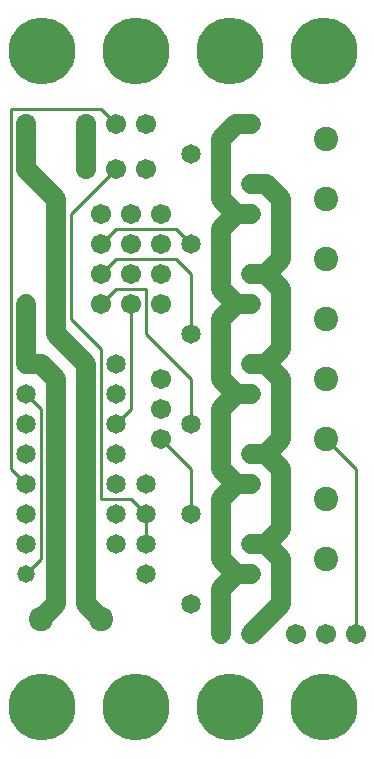
<source format=gtl>
%MOIN*%
%FSLAX25Y25*%
G04 D10 used for Character Trace; *
G04     Circle (OD=.01000) (No hole)*
G04 D11 used for Power Trace; *
G04     Circle (OD=.06700) (No hole)*
G04 D12 used for Signal Trace; *
G04     Circle (OD=.01100) (No hole)*
G04 D13 used for Via; *
G04     Circle (OD=.05800) (Round. Hole ID=.02800)*
G04 D14 used for Component hole; *
G04     Circle (OD=.06500) (Round. Hole ID=.03500)*
G04 D15 used for Component hole; *
G04     Circle (OD=.06700) (Round. Hole ID=.04300)*
G04 D16 used for Component hole; *
G04     Circle (OD=.08100) (Round. Hole ID=.05100)*
G04 D17 used for Component hole; *
G04     Circle (OD=.08900) (Round. Hole ID=.05900)*
G04 D18 used for Component hole; *
G04     Circle (OD=.11300) (Round. Hole ID=.08300)*
G04 D19 used for Component hole; *
G04     Circle (OD=.16000) (Round. Hole ID=.13000)*
G04 D20 used for Component hole; *
G04     Circle (OD=.18300) (Round. Hole ID=.15300)*
G04 D21 used for Component hole; *
G04     Circle (OD=.22291) (Round. Hole ID=.19291)*
%ADD10C,.01000*%
%ADD11C,.06700*%
%ADD12C,.01100*%
%ADD13C,.05800*%
%ADD14C,.06500*%
%ADD15C,.06700*%
%ADD16C,.08100*%
%ADD17C,.08900*%
%ADD18C,.11300*%
%ADD19C,.16000*%
%ADD20C,.18300*%
%ADD21C,.22291*%
%IPPOS*%
%LPD*%
G90*X0Y0D02*D21*X15625Y15625D03*D16*              
X35000Y45000D03*D11*X30000Y50000D01*Y130000D01*   
D13*D03*D11*X20000Y140000D01*Y150000D01*D14*D03*  
D11*Y185000D01*X10000Y195000D01*D15*D03*D11*      
Y210000D01*D15*D03*D12*X5000Y95000D02*Y215000D01* 
X10000Y90000D02*X5000Y95000D01*D14*               
X10000Y90000D03*Y100000D03*Y80000D03*Y110000D03*  
Y70000D03*D12*X35000Y85000D02*X45000D01*          
X50000Y80000D01*D14*D03*D12*Y70000D01*D14*D03*    
X40000Y80000D03*Y70000D03*X50000Y60000D03*D12*    
X35000Y85000D02*Y135000D01*X25000Y145000D01*      
Y180000D01*X40000Y195000D01*D15*D03*X50000D03*    
X30000D03*D11*Y210000D01*D15*D03*D12*X40000D02*   
X35000Y215000D01*D15*X40000Y210000D03*D12*        
X5000Y215000D02*X35000D01*D21*X15625Y234375D03*   
D15*X35000Y180000D03*X45000D03*D21*               
X46875Y234375D03*D12*X35000Y170000D02*            
X40000Y175000D01*D15*X35000Y170000D03*D12*        
Y160000D02*X40000Y165000D01*D15*X35000Y160000D03* 
D12*Y150000D02*X40000Y155000D01*D15*              
X35000Y150000D03*D12*X40000Y155000D02*X50000D01*  
Y140000D01*X65000Y125000D01*Y110000D01*D14*D03*   
D15*X55000Y115000D03*D11*X75000Y95000D02*         
Y115000D01*X80000Y90000D02*X75000Y95000D01*       
Y85000D02*X80000Y90000D01*X75000Y65000D02*        
Y85000D01*X80000Y60000D02*X75000Y65000D01*        
Y55000D02*X80000Y60000D01*X75000Y40000D02*        
Y55000D01*D13*Y40000D03*D14*X65000Y50000D03*      
X85000Y40000D03*D11*X95000Y50000D01*Y65000D01*    
X90000Y70000D01*X85000D01*D14*D03*D11*X90000D02*  
X95000Y75000D01*Y95000D01*X90000Y100000D01*       
X85000D01*D14*D03*D11*X90000D02*X95000Y105000D01* 
Y125000D01*X90000Y130000D01*X85000D01*D14*D03*D11*
X90000D02*X95000Y135000D01*Y155000D01*            
X90000Y160000D01*X85000D01*D14*D03*D11*X90000D02* 
X95000Y165000D01*Y185000D01*X90000Y190000D01*     
X85000D01*D14*D03*D11*X75000Y175000D02*           
X80000Y180000D01*X75000Y155000D02*Y175000D01*     
X80000Y150000D02*X75000Y155000D01*Y145000D02*     
X80000Y150000D01*X75000Y125000D02*Y145000D01*     
X80000Y120000D02*X75000Y125000D01*Y115000D02*     
X80000Y120000D01*X85000D01*D14*D03*               
X65000Y140000D03*D12*Y160000D01*X60000Y165000D01* 
X40000D01*D15*X45000Y160000D03*Y170000D03*D12*    
X40000Y175000D02*X60000D01*X65000Y170000D01*D14*  
D03*D15*X55000Y180000D03*Y160000D03*Y170000D03*   
D11*X80000Y180000D02*X75000Y185000D01*            
X80000Y180000D02*X85000D01*D14*D03*D11*           
X75000Y185000D02*Y205000D01*X80000Y210000D01*     
X85000D01*D14*D03*X65000Y200000D03*D16*           
X110000Y185000D03*D21*X109375Y234375D03*D16*      
X110000Y205000D03*D21*X78125Y234375D03*D15*       
X50000Y210000D03*D16*X110000Y165000D03*D15*       
X45000Y150000D03*D12*Y115000D01*X40000Y110000D01* 
D14*D03*Y120000D03*Y100000D03*D15*                
X55000Y125000D03*Y105000D03*D12*X65000Y95000D01*  
Y80000D01*D14*D03*X50000Y90000D03*D11*X80000D02*  
X85000D01*D14*D03*D16*X110000Y65000D03*Y85000D03* 
Y105000D03*D12*X120000Y95000D01*Y40000D01*D15*D03*
X110000D03*X100000D03*D21*X109375Y15625D03*D14*   
X85000Y60000D03*D11*X80000D01*D14*X40000Y90000D03*
D21*X46875Y15625D03*X78125D03*D11*X15000Y45000D02*
X20000Y50000D01*D16*X15000Y45000D03*D11*          
X20000Y50000D02*Y125000D01*X15000Y130000D01*      
X10000D01*D14*D03*D11*Y150000D01*D14*D03*         
X40000Y130000D03*X10000Y120000D03*D12*            
X15000Y115000D01*Y65000D01*X10000Y60000D01*D13*   
D03*D14*X85000Y150000D03*D11*X80000D01*D15*       
X55000D03*D16*X110000Y125000D03*Y145000D03*M02*   

</source>
